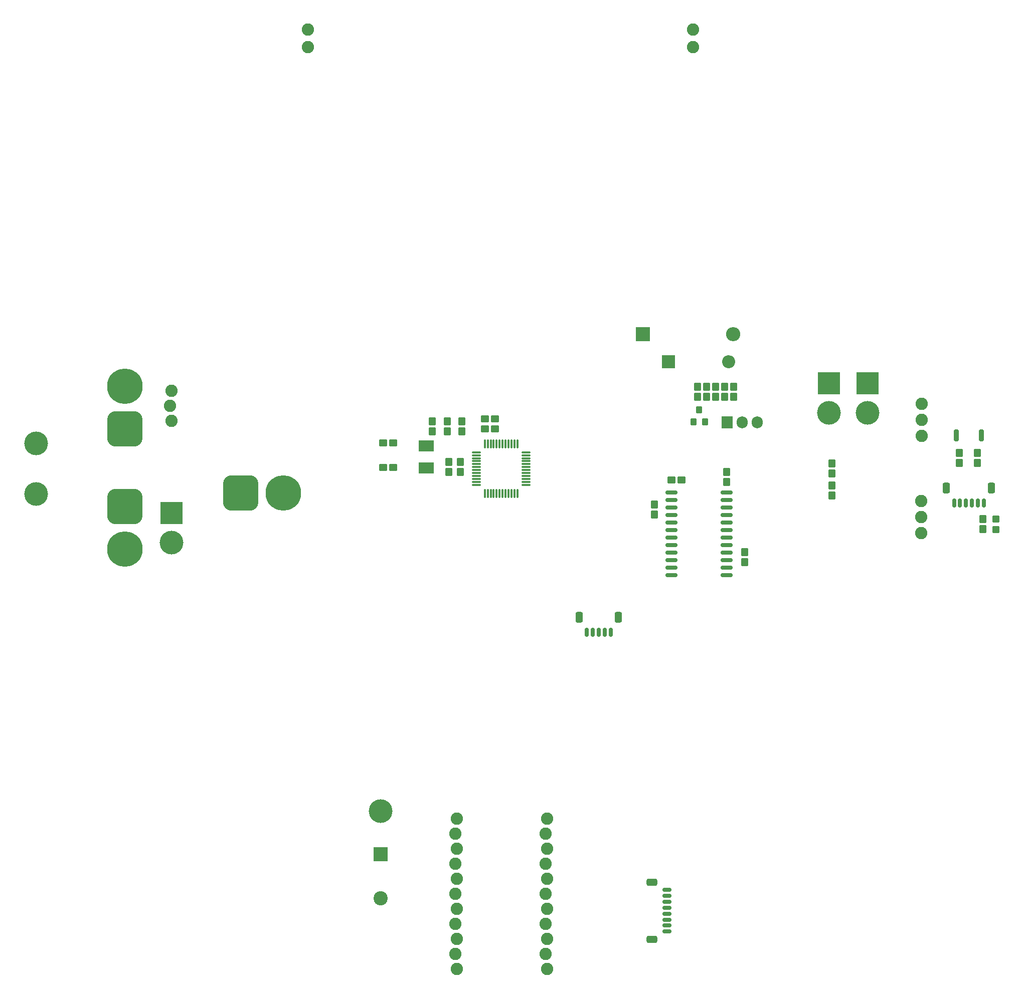
<source format=gts>
%TF.GenerationSoftware,KiCad,Pcbnew,(6.0.0-0)*%
%TF.CreationDate,2022-03-23T00:11:19+08:00*%
%TF.ProjectId,layer1,6c617965-7231-42e6-9b69-6361645f7063,rev?*%
%TF.SameCoordinates,Original*%
%TF.FileFunction,Soldermask,Top*%
%TF.FilePolarity,Negative*%
%FSLAX46Y46*%
G04 Gerber Fmt 4.6, Leading zero omitted, Abs format (unit mm)*
G04 Created by KiCad (PCBNEW (6.0.0-0)) date 2022-03-23 00:11:19*
%MOMM*%
%LPD*%
G01*
G04 APERTURE LIST*
G04 Aperture macros list*
%AMRoundRect*
0 Rectangle with rounded corners*
0 $1 Rounding radius*
0 $2 $3 $4 $5 $6 $7 $8 $9 X,Y pos of 4 corners*
0 Add a 4 corners polygon primitive as box body*
4,1,4,$2,$3,$4,$5,$6,$7,$8,$9,$2,$3,0*
0 Add four circle primitives for the rounded corners*
1,1,$1+$1,$2,$3*
1,1,$1+$1,$4,$5*
1,1,$1+$1,$6,$7*
1,1,$1+$1,$8,$9*
0 Add four rect primitives between the rounded corners*
20,1,$1+$1,$2,$3,$4,$5,0*
20,1,$1+$1,$4,$5,$6,$7,0*
20,1,$1+$1,$6,$7,$8,$9,0*
20,1,$1+$1,$8,$9,$2,$3,0*%
G04 Aperture macros list end*
%ADD10C,4.000000*%
%ADD11C,2.082800*%
%ADD12RoundRect,0.101600X0.499110X-0.549910X0.499110X0.549910X-0.499110X0.549910X-0.499110X-0.549910X0*%
%ADD13RoundRect,0.101600X-0.499110X0.549910X-0.499110X-0.549910X0.499110X-0.549910X0.499110X0.549910X0*%
%ADD14RoundRect,0.101600X-0.549910X-0.499110X0.549910X-0.499110X0.549910X0.499110X-0.549910X0.499110X0*%
%ADD15RoundRect,1.500000X1.500000X-1.500000X1.500000X1.500000X-1.500000X1.500000X-1.500000X-1.500000X0*%
%ADD16C,6.000000*%
%ADD17RoundRect,1.500000X-1.500000X1.500000X-1.500000X-1.500000X1.500000X-1.500000X1.500000X1.500000X0*%
%ADD18RoundRect,0.101600X0.549910X0.499110X-0.549910X0.499110X-0.549910X-0.499110X0.549910X-0.499110X0*%
%ADD19RoundRect,0.109200X-0.670800X0.030800X-0.670800X-0.030800X0.670800X-0.030800X0.670800X0.030800X0*%
%ADD20RoundRect,0.109200X0.030800X0.670800X-0.030800X0.670800X-0.030800X-0.670800X0.030800X-0.670800X0*%
%ADD21RoundRect,0.150000X-0.875000X-0.150000X0.875000X-0.150000X0.875000X0.150000X-0.875000X0.150000X0*%
%ADD22R,2.200000X2.200000*%
%ADD23O,2.200000X2.200000*%
%ADD24R,1.905000X2.000000*%
%ADD25O,1.905000X2.000000*%
%ADD26R,2.400000X2.400000*%
%ADD27O,2.400000X2.400000*%
%ADD28RoundRect,0.150000X-0.150000X-0.625000X0.150000X-0.625000X0.150000X0.625000X-0.150000X0.625000X0*%
%ADD29RoundRect,0.250000X-0.350000X-0.650000X0.350000X-0.650000X0.350000X0.650000X-0.350000X0.650000X0*%
%ADD30R,3.800000X3.800000*%
%ADD31RoundRect,0.101600X-0.398780X-0.449580X0.398780X-0.449580X0.398780X0.449580X-0.398780X0.449580X0*%
%ADD32RoundRect,0.200000X0.200000X0.800000X-0.200000X0.800000X-0.200000X-0.800000X0.200000X-0.800000X0*%
%ADD33RoundRect,1.500000X-1.500000X-1.500000X1.500000X-1.500000X1.500000X1.500000X-1.500000X1.500000X0*%
%ADD34RoundRect,0.101600X-1.198880X0.849630X-1.198880X-0.849630X1.198880X-0.849630X1.198880X0.849630X0*%
%ADD35C,2.400000*%
%ADD36RoundRect,0.150000X0.625000X-0.150000X0.625000X0.150000X-0.625000X0.150000X-0.625000X-0.150000X0*%
%ADD37RoundRect,0.250000X0.650000X-0.350000X0.650000X0.350000X-0.650000X0.350000X-0.650000X-0.350000X0*%
%ADD38RoundRect,0.101600X0.499110X0.499110X-0.499110X0.499110X-0.499110X-0.499110X0.499110X-0.499110X0*%
G04 APERTURE END LIST*
D10*
%TO.C,REF\u002A\u002A*%
X105410000Y-159258000D03*
%TD*%
D11*
%TO.C,SW1*%
X196723000Y-90373200D03*
X196723000Y-93091000D03*
X196723000Y-95808800D03*
%TD*%
D12*
%TO.C,U0FB2*%
X118879951Y-101894360D03*
X118879951Y-100197640D03*
%TD*%
D13*
%TO.C,U0C1*%
X119129951Y-93397640D03*
X119129951Y-95094360D03*
%TD*%
D14*
%TO.C,U0C6*%
X105781591Y-101146000D03*
X107478311Y-101146000D03*
%TD*%
D15*
%TO.C,J0*%
X62186320Y-94671000D03*
D16*
X62186320Y-87471000D03*
%TD*%
D12*
%TO.C,SOLENOIDR4*%
X160451800Y-89189560D03*
X160451800Y-87492840D03*
%TD*%
D17*
%TO.C,J1*%
X62186320Y-107740000D03*
D16*
X62186320Y-114940000D03*
%TD*%
D14*
%TO.C,U0C5*%
X105781591Y-97046000D03*
X107478311Y-97046000D03*
%TD*%
D18*
%TO.C,U0FB1*%
X124728311Y-94671000D03*
X123031591Y-94671000D03*
%TD*%
D10*
%TO.C,J3*%
X47244000Y-105625900D03*
%TD*%
D13*
%TO.C,R36*%
X151629951Y-107422640D03*
X151629951Y-109119360D03*
%TD*%
D11*
%TO.C,SW2*%
X196638320Y-106828200D03*
X196638320Y-109546000D03*
X196638320Y-112263800D03*
%TD*%
D13*
%TO.C,U0R1*%
X206129951Y-98697640D03*
X206129951Y-100394360D03*
%TD*%
%TO.C,SOLENOIDR3*%
X165023800Y-87492840D03*
X165023800Y-89189560D03*
%TD*%
D19*
%TO.C,U0*%
X121549951Y-98595919D03*
X121549951Y-99095919D03*
X121549951Y-99595919D03*
X121549951Y-100095919D03*
X121549951Y-100595919D03*
X121549951Y-101095919D03*
X121549951Y-101595919D03*
X121549951Y-102095919D03*
X121549951Y-102595919D03*
X121549951Y-103095919D03*
X121549951Y-103595919D03*
X121549951Y-104095919D03*
D20*
X122979951Y-105525919D03*
X123479951Y-105525919D03*
X123979951Y-105525919D03*
X124479951Y-105525919D03*
X124979951Y-105525919D03*
X125479951Y-105525919D03*
X125979951Y-105525919D03*
X126479951Y-105525919D03*
X126979951Y-105525919D03*
X127479951Y-105525919D03*
X127979951Y-105525919D03*
X128479951Y-105525919D03*
D19*
X129909951Y-104095919D03*
X129909951Y-103595919D03*
X129909951Y-103095919D03*
X129909951Y-102595919D03*
X129909951Y-102095919D03*
X129909951Y-101595919D03*
X129909951Y-101095919D03*
X129909951Y-100595919D03*
X129909951Y-100095919D03*
X129909951Y-99595919D03*
X129909951Y-99095919D03*
X129909951Y-98595919D03*
D20*
X128479951Y-97165919D03*
X127979951Y-97165919D03*
X127479951Y-97165919D03*
X126979951Y-97165919D03*
X126479951Y-97165919D03*
X125979951Y-97165919D03*
X125479951Y-97165919D03*
X124979951Y-97165919D03*
X124479951Y-97165919D03*
X123979951Y-97165919D03*
X123479951Y-97165919D03*
X122979951Y-97165919D03*
%TD*%
D21*
%TO.C,U3*%
X154479951Y-105351000D03*
X154479951Y-106621000D03*
X154479951Y-107891000D03*
X154479951Y-109161000D03*
X154479951Y-110431000D03*
X154479951Y-111701000D03*
X154479951Y-112971000D03*
X154479951Y-114241000D03*
X154479951Y-115511000D03*
X154479951Y-116781000D03*
X154479951Y-118051000D03*
X154479951Y-119321000D03*
X163779951Y-119321000D03*
X163779951Y-118051000D03*
X163779951Y-116781000D03*
X163779951Y-115511000D03*
X163779951Y-114241000D03*
X163779951Y-112971000D03*
X163779951Y-111701000D03*
X163779951Y-110431000D03*
X163779951Y-109161000D03*
X163779951Y-107891000D03*
X163779951Y-106621000D03*
X163779951Y-105351000D03*
%TD*%
D13*
%TO.C,U0R2*%
X203129951Y-98697640D03*
X203129951Y-100394360D03*
%TD*%
D12*
%TO.C,R42*%
X166852600Y-117180360D03*
X166852600Y-115483640D03*
%TD*%
D13*
%TO.C,LIGHTC1*%
X181629951Y-104197640D03*
X181629951Y-105894360D03*
%TD*%
D11*
%TO.C,GATE1R1*%
X158129951Y-27198200D03*
X158129951Y-30093800D03*
%TD*%
D22*
%TO.C,SOLENOIDD2*%
X153974800Y-83286600D03*
D23*
X164134800Y-83286600D03*
%TD*%
D13*
%TO.C,LIGHTR1*%
X181629951Y-100497559D03*
X181629951Y-102194279D03*
%TD*%
D11*
%TO.C,MJ1*%
X118237000Y-160525919D03*
X117983000Y-163065919D03*
X118237000Y-165605919D03*
X117983000Y-168145919D03*
X118237000Y-170685919D03*
X117983000Y-173225919D03*
X118237000Y-175765919D03*
X117983000Y-178305919D03*
X118237000Y-180845919D03*
X117983000Y-183385919D03*
X118237000Y-185925919D03*
%TD*%
D14*
%TO.C,R41*%
X154481591Y-103296000D03*
X156178311Y-103296000D03*
%TD*%
D24*
%TO.C,SOLENOIDQ2*%
X163906200Y-93502600D03*
D25*
X166446200Y-93502600D03*
X168986200Y-93502600D03*
%TD*%
D26*
%TO.C,SOLENOIDD1*%
X149656800Y-78663800D03*
D27*
X164896800Y-78663800D03*
%TD*%
D14*
%TO.C,U0R44*%
X123031591Y-92971000D03*
X124728311Y-92971000D03*
%TD*%
D13*
%TO.C,U0C4*%
X116879951Y-100197640D03*
X116879951Y-101894360D03*
%TD*%
D28*
%TO.C,TRJ1*%
X140214600Y-128985400D03*
X141214600Y-128985400D03*
X142214600Y-128985400D03*
X143214600Y-128985400D03*
X144214600Y-128985400D03*
D29*
X145514600Y-126460400D03*
X138914600Y-126460400D03*
%TD*%
D30*
%TO.C,BOOSTJ2*%
X181102000Y-86908000D03*
D10*
X181102000Y-91908000D03*
%TD*%
D31*
%TO.C,SOLENOIDQ1*%
X158242000Y-93479620D03*
X160141920Y-93479620D03*
X159191960Y-91381580D03*
%TD*%
D10*
%TO.C,J4*%
X47244000Y-97066100D03*
%TD*%
D13*
%TO.C,U0C2*%
X116629951Y-93397640D03*
X116629951Y-95094360D03*
%TD*%
D30*
%TO.C,BOOSTJ1*%
X70060320Y-108840000D03*
D10*
X70060320Y-113840000D03*
%TD*%
D12*
%TO.C,C3*%
X163778320Y-103590573D03*
X163778320Y-101893853D03*
%TD*%
D32*
%TO.C,SW3*%
X206808320Y-95758000D03*
X202608320Y-95758000D03*
%TD*%
D12*
%TO.C,SOLENOIDR1*%
X158927800Y-89189560D03*
X158927800Y-87492840D03*
%TD*%
D11*
%TO.C,GATE1D1*%
X93129951Y-30093800D03*
X93129951Y-27198200D03*
%TD*%
D33*
%TO.C,J2*%
X81744000Y-105511600D03*
D16*
X88944000Y-105511600D03*
%TD*%
D13*
%TO.C,U0C3*%
X114129951Y-93397640D03*
X114129951Y-95094360D03*
%TD*%
%TO.C,SOLENOIDC1*%
X161975800Y-87492840D03*
X161975800Y-89189560D03*
%TD*%
%TO.C,SOLENOIDR2*%
X163499800Y-87492840D03*
X163499800Y-89189560D03*
%TD*%
D28*
%TO.C,U0J1*%
X202218320Y-107187213D03*
X203218320Y-107187213D03*
X204218320Y-107187213D03*
X205218320Y-107187213D03*
X206218320Y-107187213D03*
X207218320Y-107187213D03*
D29*
X200918320Y-104662213D03*
X208518320Y-104662213D03*
%TD*%
D12*
%TO.C,U0R19*%
X207115000Y-111592360D03*
X207115000Y-109895640D03*
%TD*%
D34*
%TO.C,U0Y1*%
X113129951Y-101220120D03*
X113129951Y-97521880D03*
%TD*%
D11*
%TO.C,BUCKJ1*%
X70060320Y-88210213D03*
X69806320Y-90750213D03*
X70060320Y-93290213D03*
%TD*%
D26*
%TO.C,C4*%
X105410000Y-166497000D03*
D35*
X105410000Y-173997000D03*
%TD*%
D36*
%TO.C,TRJ2*%
X153725000Y-179572800D03*
X153725000Y-178572800D03*
X153725000Y-177572800D03*
X153725000Y-176572800D03*
X153725000Y-175572800D03*
X153725000Y-174572800D03*
X153725000Y-173572800D03*
X153725000Y-172572800D03*
D37*
X151200000Y-171272800D03*
X151200000Y-180872800D03*
%TD*%
D10*
%TO.C,SOLENOIDJ1*%
X187579000Y-91908000D03*
D30*
X187579000Y-86908000D03*
%TD*%
D38*
%TO.C,U0D1*%
X209296000Y-111620300D03*
X209296000Y-109867700D03*
%TD*%
D11*
%TO.C,MJ2*%
X133477000Y-160521000D03*
X133223000Y-163061000D03*
X133477000Y-165601000D03*
X133223000Y-168141000D03*
X133477000Y-170681000D03*
X133223000Y-173221000D03*
X133477000Y-175761000D03*
X133223000Y-178301000D03*
X133477000Y-180841000D03*
X133223000Y-183381000D03*
X133477000Y-185921000D03*
%TD*%
M02*

</source>
